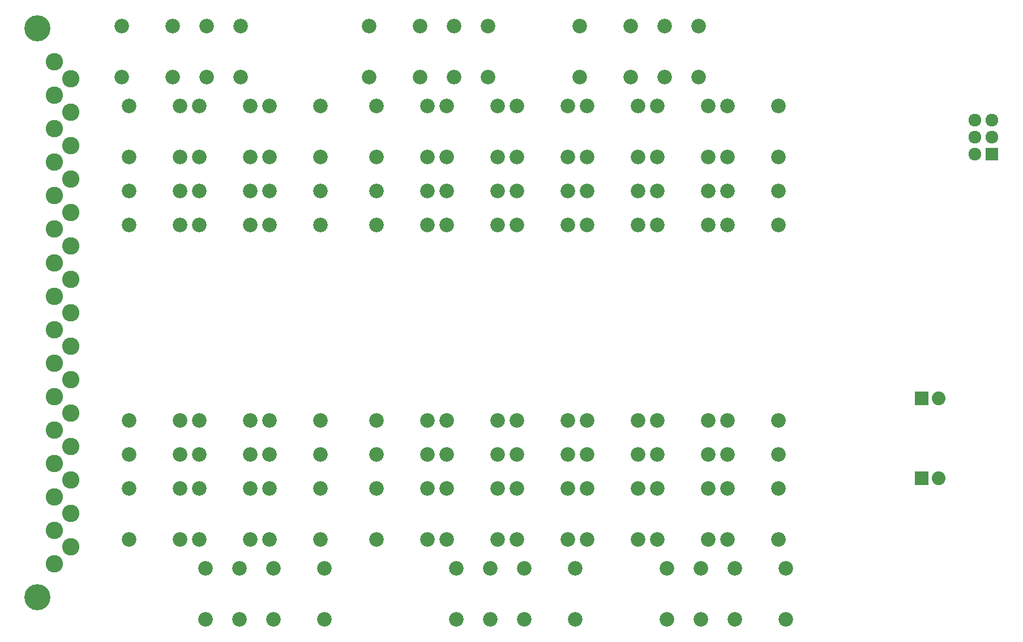
<source format=gbs>
G04 #@! TF.GenerationSoftware,KiCad,Pcbnew,(5.1.5)-3*
G04 #@! TF.CreationDate,2021-08-30T19:46:46+02:00*
G04 #@! TF.ProjectId,zs8,7a73382e-6b69-4636-9164-5f7063625858,0421 - A*
G04 #@! TF.SameCoordinates,Original*
G04 #@! TF.FileFunction,Soldermask,Bot*
G04 #@! TF.FilePolarity,Negative*
%FSLAX46Y46*%
G04 Gerber Fmt 4.6, Leading zero omitted, Abs format (unit mm)*
G04 Created by KiCad (PCBNEW (5.1.5)-3) date 2021-08-30 19:46:46*
%MOMM*%
%LPD*%
G04 APERTURE LIST*
%ADD10C,3.900120*%
%ADD11C,2.599640*%
%ADD12C,2.178000*%
%ADD13R,2.051000X2.051000*%
%ADD14C,2.051000*%
%ADD15R,1.924000X1.924000*%
%ADD16C,1.924000*%
G04 APERTURE END LIST*
D10*
X94998740Y-142501820D03*
D11*
X97500640Y-62499440D03*
X97498100Y-102499360D03*
X97498100Y-107500620D03*
X97498100Y-117500600D03*
X97498100Y-112499340D03*
X97498100Y-132499300D03*
X97498100Y-137500560D03*
X97498100Y-127500580D03*
X97498100Y-122499320D03*
X97498100Y-82499400D03*
X97498100Y-87500660D03*
X97498100Y-97500640D03*
X97498100Y-92499380D03*
X97498100Y-72499420D03*
X97498100Y-77500680D03*
X97498100Y-67500700D03*
X100000000Y-65001340D03*
X100000000Y-75001320D03*
X100000000Y-70000060D03*
X100000000Y-90000020D03*
X100000000Y-95001280D03*
X100000000Y-85001300D03*
X100000000Y-80000040D03*
X100000000Y-119999960D03*
X100000000Y-125001220D03*
X100000000Y-135001200D03*
X100000000Y-129999940D03*
X100000000Y-109999980D03*
X100000000Y-115001240D03*
X100000000Y-105001260D03*
X100000000Y-100000000D03*
D10*
X94998740Y-57500720D03*
D12*
X107610000Y-64810000D03*
X107610000Y-57190000D03*
X115230000Y-64810000D03*
X120310000Y-64810000D03*
X125390000Y-64810000D03*
X115230000Y-57190000D03*
X120310000Y-57190000D03*
X125390000Y-57190000D03*
X119190000Y-69110000D03*
X126810000Y-69110000D03*
X119190000Y-76730000D03*
X119190000Y-81810000D03*
X119190000Y-86890000D03*
X126810000Y-76730000D03*
X126810000Y-81810000D03*
X126810000Y-86890000D03*
X129690000Y-69110000D03*
X137310000Y-69110000D03*
X129690000Y-76730000D03*
X129690000Y-81810000D03*
X129690000Y-86890000D03*
X137310000Y-76730000D03*
X137310000Y-81810000D03*
X137310000Y-86890000D03*
X108690000Y-69110000D03*
X116310000Y-69110000D03*
X108690000Y-76730000D03*
X108690000Y-81810000D03*
X108690000Y-86890000D03*
X116310000Y-76730000D03*
X116310000Y-81810000D03*
X116310000Y-86890000D03*
X144610000Y-64810000D03*
X144610000Y-57190000D03*
X152230000Y-64810000D03*
X157310000Y-64810000D03*
X162390000Y-64810000D03*
X152230000Y-57190000D03*
X157310000Y-57190000D03*
X162390000Y-57190000D03*
X156190000Y-69110000D03*
X163810000Y-69110000D03*
X156190000Y-76730000D03*
X156190000Y-81810000D03*
X156190000Y-86890000D03*
X163810000Y-76730000D03*
X163810000Y-81810000D03*
X163810000Y-86890000D03*
X166690000Y-69110000D03*
X174310000Y-69110000D03*
X166690000Y-76730000D03*
X166690000Y-81810000D03*
X166690000Y-86890000D03*
X174310000Y-76730000D03*
X174310000Y-81810000D03*
X174310000Y-86890000D03*
X145690000Y-69110000D03*
X153310000Y-69110000D03*
X145690000Y-76730000D03*
X145690000Y-81810000D03*
X145690000Y-86890000D03*
X153310000Y-76730000D03*
X153310000Y-81810000D03*
X153310000Y-86890000D03*
X176110000Y-64810000D03*
X176110000Y-57190000D03*
X183730000Y-64810000D03*
X188810000Y-64810000D03*
X193890000Y-64810000D03*
X183730000Y-57190000D03*
X188810000Y-57190000D03*
X193890000Y-57190000D03*
X187690000Y-69110000D03*
X195310000Y-69110000D03*
X187690000Y-76730000D03*
X187690000Y-81810000D03*
X187690000Y-86890000D03*
X195310000Y-76730000D03*
X195310000Y-81810000D03*
X195310000Y-86890000D03*
X198190000Y-69110000D03*
X205810000Y-69110000D03*
X198190000Y-76730000D03*
X198190000Y-81810000D03*
X198190000Y-86890000D03*
X205810000Y-76730000D03*
X205810000Y-81810000D03*
X205810000Y-86890000D03*
X177190000Y-69110000D03*
X184810000Y-69110000D03*
X177190000Y-76730000D03*
X177190000Y-81810000D03*
X177190000Y-86890000D03*
X184810000Y-76730000D03*
X184810000Y-81810000D03*
X184810000Y-86890000D03*
X137890000Y-138190000D03*
X137890000Y-145810000D03*
X130270000Y-138190000D03*
X125190000Y-138190000D03*
X120110000Y-138190000D03*
X130270000Y-145810000D03*
X125190000Y-145810000D03*
X120110000Y-145810000D03*
X126810000Y-133890000D03*
X119190000Y-133890000D03*
X126810000Y-126270000D03*
X126810000Y-121190000D03*
X126810000Y-116110000D03*
X119190000Y-126270000D03*
X119190000Y-121190000D03*
X119190000Y-116110000D03*
X116310000Y-133890000D03*
X108690000Y-133890000D03*
X116310000Y-126270000D03*
X116310000Y-121190000D03*
X116310000Y-116110000D03*
X108690000Y-126270000D03*
X108690000Y-121190000D03*
X108690000Y-116110000D03*
X137310000Y-133890000D03*
X129690000Y-133890000D03*
X137310000Y-126270000D03*
X137310000Y-121190000D03*
X137310000Y-116110000D03*
X129690000Y-126270000D03*
X129690000Y-121190000D03*
X129690000Y-116110000D03*
X175390000Y-138190000D03*
X175390000Y-145810000D03*
X167770000Y-138190000D03*
X162690000Y-138190000D03*
X157610000Y-138190000D03*
X167770000Y-145810000D03*
X162690000Y-145810000D03*
X157610000Y-145810000D03*
X163810000Y-133890000D03*
X156190000Y-133890000D03*
X163810000Y-126270000D03*
X163810000Y-121190000D03*
X163810000Y-116110000D03*
X156190000Y-126270000D03*
X156190000Y-121190000D03*
X156190000Y-116110000D03*
X153310000Y-133890000D03*
X145690000Y-133890000D03*
X153310000Y-126270000D03*
X153310000Y-121190000D03*
X153310000Y-116110000D03*
X145690000Y-126270000D03*
X145690000Y-121190000D03*
X145690000Y-116110000D03*
X174310000Y-133890000D03*
X166690000Y-133890000D03*
X174310000Y-126270000D03*
X174310000Y-121190000D03*
X174310000Y-116110000D03*
X166690000Y-126270000D03*
X166690000Y-121190000D03*
X166690000Y-116110000D03*
X206890000Y-138190000D03*
X206890000Y-145810000D03*
X199270000Y-138190000D03*
X194190000Y-138190000D03*
X189110000Y-138190000D03*
X199270000Y-145810000D03*
X194190000Y-145810000D03*
X189110000Y-145810000D03*
X195310000Y-133890000D03*
X187690000Y-133890000D03*
X195310000Y-126270000D03*
X195310000Y-121190000D03*
X195310000Y-116110000D03*
X187690000Y-126270000D03*
X187690000Y-121190000D03*
X187690000Y-116110000D03*
X184810000Y-133890000D03*
X177190000Y-133890000D03*
X184810000Y-126270000D03*
X184810000Y-121190000D03*
X184810000Y-116110000D03*
X177190000Y-126270000D03*
X177190000Y-121190000D03*
X177190000Y-116110000D03*
X205810000Y-133890000D03*
X198190000Y-133890000D03*
X205810000Y-126270000D03*
X205810000Y-121190000D03*
X205810000Y-116110000D03*
X198190000Y-126270000D03*
X198190000Y-121190000D03*
X198190000Y-116110000D03*
D13*
X227230000Y-124750000D03*
D14*
X229770000Y-124750000D03*
D13*
X227230000Y-112750000D03*
D14*
X229770000Y-112750000D03*
D15*
X237770000Y-76290000D03*
D16*
X235230000Y-76290000D03*
X237770000Y-73750000D03*
X235230000Y-73750000D03*
X237770000Y-71210000D03*
X235230000Y-71210000D03*
M02*

</source>
